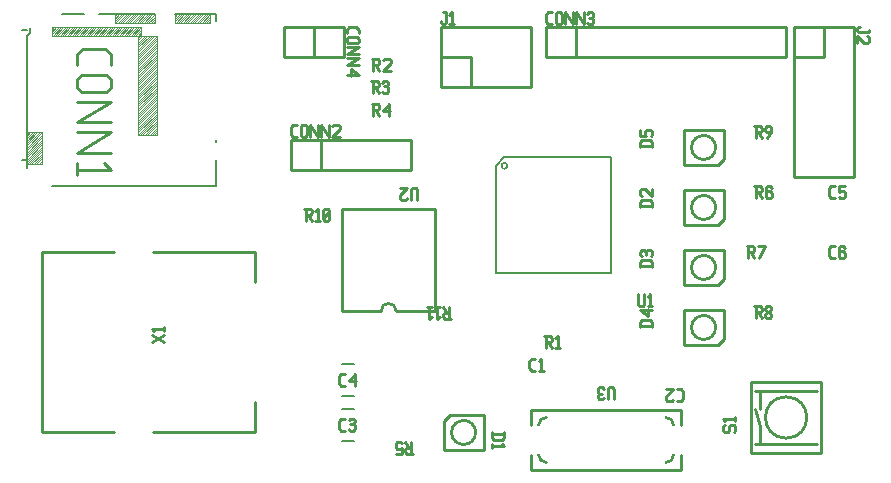
<source format=gbr>
G04 start of page 13 for group -4079 idx -4079 *
G04 Title: (unknown), topsilk *
G04 Creator: pcb 20110918 *
G04 CreationDate: Tue 10 Jan 2012 07:33:53 PM GMT UTC *
G04 For: andy *
G04 Format: Gerber/RS-274X *
G04 PCB-Dimensions: 279528 153543 *
G04 PCB-Coordinate-Origin: lower left *
%MOIN*%
%FSLAX25Y25*%
%LNTOPSILK*%
%ADD95C,0.0110*%
%ADD94C,0.0050*%
%ADD93C,0.0020*%
%ADD92C,0.0100*%
%ADD91C,0.0080*%
G54D91*X158615Y105328D02*X194285D01*
Y66758D01*
X155715D01*
Y102428D01*
X158615Y105328D01*
X157615Y102428D02*G75*G03X157615Y102428I1000J0D01*G01*
G54D92*X138310Y17443D02*Y7643D01*
X151690D01*
Y19443D01*
X140310D01*
X138310Y17443D02*X140310Y19443D01*
X141000Y13543D02*G75*G03X141000Y13543I4000J0D01*G01*
X255000Y148543D02*Y98543D01*
X275000D01*
Y148543D01*
X255000D01*
Y138543D02*X265000D01*
Y148543D01*
X217500Y21043D02*Y16043D01*
X167500Y21043D02*X217500D01*
X167500D02*Y16043D01*
Y6043D02*Y1043D01*
X217500D01*
Y6043D02*Y1043D01*
X170000Y6043D02*G75*G03X172500Y3543I2500J0D01*G01*
Y18543D02*G75*G03X170000Y16043I0J-2500D01*G01*
X215000D02*G75*G03X212500Y18543I-2500J0D01*G01*
Y3543D02*G75*G03X215000Y6043I0J2500D01*G01*
X240700Y6743D02*X264300D01*
X240700Y30343D02*X264300D01*
X240700D02*Y6743D01*
X264300Y30343D02*Y6743D01*
X242175Y9693D02*X262825D01*
X242175Y27393D02*X262825D01*
X243650D02*Y21493D01*
Y15593D02*Y9693D01*
X242175Y21493D02*X243650Y15593D01*
X252500Y11643D02*G75*G03X252500Y11643I0J6900D01*G01*
G75*G03X252500Y25443I0J6900D01*G01*
X137500Y128543D02*X167500D01*
Y148543D02*Y128543D01*
X137500Y148543D02*X167500D01*
X137500D02*Y128543D01*
X147500Y138543D02*Y128543D01*
X137500Y138543D02*X147500D01*
X172500D02*X252500D01*
Y148543D02*Y138543D01*
X172500Y148543D02*X252500D01*
X172500D02*Y138543D01*
X182500Y148543D02*Y138543D01*
X172500Y148543D02*X182500D01*
X231690Y54443D02*Y44643D01*
X218310Y54443D02*X231690D01*
X218310D02*Y42643D01*
X229690D01*
X231690Y44643D02*X229690Y42643D01*
X229000Y48543D02*G75*G03X229000Y48543I-4000J0D01*G01*
X231690Y74443D02*Y64643D01*
X218310Y74443D02*X231690D01*
X218310D02*Y62643D01*
X229690D01*
X231690Y64643D02*X229690Y62643D01*
X229000Y68543D02*G75*G03X229000Y68543I-4000J0D01*G01*
X231690Y94443D02*Y84643D01*
X218310Y94443D02*X231690D01*
X218310D02*Y82643D01*
X229690D01*
X231690Y84643D02*X229690Y82643D01*
X229000Y88543D02*G75*G03X229000Y88543I-4000J0D01*G01*
X231690Y114443D02*Y104643D01*
X218310Y114443D02*X231690D01*
X218310D02*Y102643D01*
X229690D01*
X231690Y104643D02*X229690Y102643D01*
X229000Y108543D02*G75*G03X229000Y108543I-4000J0D01*G01*
X85000Y148543D02*Y138543D01*
X105000D01*
Y148543D01*
X85000D01*
Y138543D02*X95000D01*
Y148543D01*
G54D93*X36378Y112755D02*X42677D01*
X36378Y145826D02*X42677D01*
X36378D02*Y112755D01*
X42677Y145826D02*Y112755D01*
X37559Y148582D02*Y145826D01*
X7638Y148582D02*X37559D01*
X7638D02*Y145826D01*
X37559D01*
X60590Y152913D02*Y149960D01*
X48779Y152913D02*X60590D01*
X48779D02*Y149960D01*
X60590D01*
X551Y113543D02*X-630Y112362D01*
X-236Y113543D02*X-630Y113149D01*
X4488Y112756D02*X-630Y107638D01*
X4488Y111969D02*X-630Y106851D01*
Y113543D02*Y102913D01*
X4488D01*
Y113543D02*Y102913D01*
X-630Y113543D02*X4488D01*
X60590Y152913D02*X57638Y149961D01*
X60590Y152125D02*X58425Y149960D01*
X60590Y151338D02*X59212Y149960D01*
X60590Y150551D02*X60000Y149961D01*
X59803Y152913D02*X56851Y149961D01*
X59016Y152913D02*X56064Y149961D01*
X58229Y152913D02*X55277Y149961D01*
X57441Y152913D02*X54489Y149961D01*
X56654Y152913D02*X53702Y149961D01*
X55866Y152913D02*X52914Y149961D01*
X55079Y152913D02*X52127Y149961D01*
X54292Y152913D02*X51340Y149961D01*
X53504Y152913D02*X50552Y149961D01*
X52717Y152913D02*X49765Y149961D01*
X51929Y152913D02*X48977Y149961D01*
X51142Y152913D02*X48780Y150552D01*
X50354Y152913D02*X48779Y151338D01*
X49567Y152913D02*X48779Y152125D01*
X29487Y152913D02*X28897Y152322D01*
X4488Y111181D02*X-630Y106063D01*
X4488Y110394D02*X-630Y105276D01*
X4488Y109606D02*X-630Y104488D01*
X4488Y108819D02*X-630Y103701D01*
X4488Y108032D02*X-630Y102914D01*
X157D02*X4488Y107245D01*
X945Y102914D02*X4488Y106457D01*
X1732Y102914D02*X4488Y105670D01*
X2520Y102914D02*X4488Y104882D01*
X3307Y102914D02*X4488Y104095D01*
X4094Y102914D02*X4488Y103308D01*
G54D94*X-630Y145826D02*Y101732D01*
X11181Y152913D02*X18464D01*
X23582D02*X42086D01*
X48779D02*X62362D01*
Y150551D01*
Y111180D02*Y110393D01*
Y104488D02*Y95826D01*
X7638D02*X62362D01*
X-630Y145826D02*X354Y146810D01*
Y148385D02*Y146810D01*
G54D93*X37559Y148582D02*X34803Y145826D01*
X37559Y147795D02*X35590Y145826D01*
X37559Y147007D02*X36378Y145826D01*
X37953D02*X36378Y144251D01*
X36772Y148582D02*X34016Y145826D01*
X35984Y148582D02*X33228Y145826D01*
X35197Y148582D02*X32441Y145826D01*
X34409Y148582D02*X31653Y145826D01*
X33622Y148582D02*X30866Y145826D01*
X32835Y148582D02*X30079Y145826D01*
X32047Y148582D02*X29291Y145826D01*
X31260Y148582D02*X28504Y145826D01*
X30472Y148582D02*X27716Y145826D01*
X29685Y148582D02*X26929Y145826D01*
X28898Y148582D02*X26142Y145826D01*
X28110Y148582D02*X25354Y145826D01*
X27323Y148582D02*X24567Y145826D01*
X26535Y148582D02*X23779Y145826D01*
X25747Y148582D02*X22991Y145826D01*
X24960Y148582D02*X22204Y145826D01*
X24173Y148582D02*X21417Y145826D01*
X23385Y148582D02*X20629Y145826D01*
X22598Y148582D02*X19842Y145826D01*
X21810Y148582D02*X19054Y145826D01*
X21023Y148582D02*X18267Y145826D01*
X20236Y148582D02*X17480Y145826D01*
X19448Y148582D02*X16692Y145826D01*
X18661Y148582D02*X15905Y145826D01*
X17873Y148582D02*X15117Y145826D01*
X17086Y148582D02*X14330Y145826D01*
X16299Y148582D02*X13543Y145826D01*
X15512Y148582D02*X12756Y145826D01*
X14724Y148582D02*X11968Y145826D01*
X13937Y148582D02*X11181Y145826D01*
X13149Y148582D02*X10393Y145826D01*
X12362Y148582D02*X9606Y145826D01*
X11575Y148582D02*X8819Y145826D01*
X10787Y148582D02*X8031Y145826D01*
X10000Y148582D02*X7638Y146220D01*
X9212Y148582D02*X7638Y147007D01*
X8425Y148582D02*X7638Y147795D01*
X42677Y145826D02*X36378Y139527D01*
X41890Y145826D02*X36378Y140314D01*
X41102Y145826D02*X36378Y141102D01*
X40315Y145826D02*X36378Y141889D01*
X39527Y145826D02*X36377Y142676D01*
X38740Y145826D02*X36378Y143464D01*
X37559Y146220D02*X36378Y145039D01*
X42677Y145038D02*X36378Y138739D01*
X42677Y144251D02*X36378Y137952D01*
X42677Y143463D02*X36378Y137164D01*
X42677Y142676D02*X36378Y136377D01*
X42677Y141888D02*X36378Y135589D01*
X42677Y141101D02*X36378Y134802D01*
X42677Y140313D02*X36378Y134014D01*
X42677Y139526D02*X36378Y133227D01*
X42677Y138738D02*X36378Y132439D01*
X42677Y137951D02*X36378Y131652D01*
X42677Y137163D02*X36378Y130864D01*
X42677Y136376D02*X36378Y130077D01*
X42677Y135588D02*X36378Y129289D01*
X42677Y134801D02*X36378Y128502D01*
X42677Y134013D02*X36378Y127714D01*
X42677Y133227D02*X36378Y126928D01*
X42677Y132439D02*X36378Y126140D01*
X42677Y131652D02*X36378Y125353D01*
X42677Y130864D02*X36378Y124565D01*
X42677Y130077D02*X36378Y123778D01*
X42677Y129289D02*X36378Y122990D01*
X42677Y128502D02*X36378Y122203D01*
X42677Y127714D02*X36378Y121415D01*
X42677Y126928D02*X36378Y120629D01*
X42677Y126140D02*X36378Y119841D01*
X42677Y125353D02*X36378Y119054D01*
X42677Y124565D02*X36378Y118266D01*
X42677Y123778D02*X36378Y117479D01*
X42677Y122990D02*X36378Y116691D01*
X42677Y122203D02*X36378Y115904D01*
X42677Y121415D02*X36378Y115116D01*
X42677Y120629D02*X36378Y114330D01*
X42677Y119841D02*X36378Y113542D01*
X42677Y119054D02*X36378Y112755D01*
X42677Y118266D02*X37165Y112754D01*
X42677Y117479D02*X37953Y112755D01*
X42677Y116691D02*X38740Y112755D01*
X42677Y115904D02*X39527Y112754D01*
X42677Y115116D02*X40315Y112754D01*
X42677Y114330D02*X41102Y112755D01*
X42677Y113543D02*X41890Y112756D01*
X4488Y113543D02*X-630Y108425D01*
X3701Y113543D02*X-630Y109212D01*
X2913Y113543D02*X-630Y110000D01*
X2126Y113543D02*X-630Y110787D01*
X1338Y113543D02*X-630Y111575D01*
X28897Y152913D02*X42086D01*
X28896D02*Y149960D01*
X28897D02*X42086D01*
Y152913D02*Y149960D01*
Y152913D02*X39134Y149961D01*
X42086Y152125D02*X39921Y149960D01*
X42086Y151338D02*X40708Y149960D01*
X42086Y150551D02*X41496Y149961D01*
X41299Y152913D02*X38347Y149961D01*
X40512Y152913D02*X37560Y149961D01*
X39725Y152913D02*X36773Y149961D01*
X38937Y152913D02*X35985Y149961D01*
X38150Y152913D02*X35198Y149961D01*
X37362Y152913D02*X34410Y149961D01*
X36575Y152913D02*X33623Y149961D01*
X35788Y152913D02*X32836Y149961D01*
X35000Y152913D02*X32048Y149961D01*
X34213Y152913D02*X31261Y149961D01*
X33425Y152913D02*X30473Y149961D01*
X32638Y152913D02*X29686Y149961D01*
X31850Y152913D02*X28898Y149960D01*
X31063Y152913D02*X28897Y150747D01*
X30275Y152913D02*X28897Y151535D01*
G54D94*X-2205Y104488D02*X-630D01*
X-2205Y147795D02*X-630D01*
G54D91*X104627Y21357D02*X108563D01*
X104627Y10729D02*X108563D01*
X104627Y36357D02*X108563D01*
X104627Y25729D02*X108563D01*
G54D92*X135500Y88043D02*Y54043D01*
X104500Y88043D02*X135500D01*
X104500D02*Y54043D01*
X122500D02*X135500D01*
X104500D02*X117500D01*
X122500D02*G75*G03X117500Y54043I-2500J0D01*G01*
X87500Y101043D02*X127500D01*
Y111043D02*Y101043D01*
X87500Y111043D02*X127500D01*
X87500D02*Y101043D01*
X97500Y111043D02*Y101043D01*
X87500Y111043D02*X97500D01*
X4370Y73543D02*Y13543D01*
X28567D01*
X4370Y73543D02*X28567D01*
X41591Y13543D02*X75630D01*
X41591Y73543D02*X75630D01*
Y23543D02*Y13543D01*
Y73543D02*Y63543D01*
X104145Y14193D02*X105445D01*
X103445Y14893D02*X104145Y14193D01*
X103445Y17493D02*Y14893D01*
Y17493D02*X104145Y18193D01*
X105445D01*
X106645Y17693D02*X107145Y18193D01*
X108145D01*
X108645Y17693D01*
X108145Y14193D02*X108645Y14693D01*
X107145Y14193D02*X108145D01*
X106645Y14693D02*X107145Y14193D01*
Y16393D02*X108145D01*
X108645Y17693D02*Y16893D01*
Y15893D02*Y14693D01*
Y15893D02*X108145Y16393D01*
X108645Y16893D02*X108145Y16393D01*
X104145Y29193D02*X105445D01*
X103445Y29893D02*X104145Y29193D01*
X103445Y32493D02*Y29893D01*
Y32493D02*X104145Y33193D01*
X105445D01*
X106645Y30693D02*X108645Y33193D01*
X106645Y30693D02*X109145D01*
X108645Y33193D02*Y29193D01*
X126091Y6393D02*X128091D01*
X126091D02*X125591Y6893D01*
Y7893D02*Y6893D01*
X126091Y8393D02*X125591Y7893D01*
X126091Y8393D02*X127591D01*
Y10393D02*Y6393D01*
X126791Y8393D02*X125591Y10393D01*
X122391Y6393D02*X124391D01*
Y8393D02*Y6393D01*
Y8393D02*X123891Y7893D01*
X122891D02*X123891D01*
X122891D02*X122391Y8393D01*
Y9893D02*Y8393D01*
X122891Y10393D02*X122391Y9893D01*
X122891Y10393D02*X123891D01*
X124391Y9893D02*X123891Y10393D01*
G54D95*X16279Y139563D02*Y135975D01*
X18211Y141495D02*X16279Y139563D01*
X18211Y141495D02*X25387D01*
X27319Y139563D01*
Y135975D01*
X17659Y132663D02*X25939D01*
X27319Y131283D01*
Y128523D01*
X25939Y127143D01*
X17659D02*X25939D01*
X16279Y128523D02*X17659Y127143D01*
X16279Y131283D02*Y128523D01*
X17659Y132663D02*X16279Y131283D01*
Y123831D02*X27319D01*
X16279Y116931D01*
X27319D01*
X16279Y113619D02*X27319D01*
X16279Y106719D01*
X27319D01*
X25111Y103407D02*X27319Y101199D01*
X16279D02*X27319D01*
X16279Y103407D02*Y99267D01*
G54D92*X45000Y43543D02*X41000Y46043D01*
Y43543D02*X45000Y46043D01*
X41800Y47243D02*X41000Y48043D01*
X45000D01*
Y48743D02*Y47243D01*
X88200Y112043D02*X89500D01*
X87500Y112743D02*X88200Y112043D01*
X87500Y115343D02*Y112743D01*
Y115343D02*X88200Y116043D01*
X89500D01*
X90700Y115543D02*Y112543D01*
Y115543D02*X91200Y116043D01*
X92200D01*
X92700Y115543D01*
Y112543D01*
X92200Y112043D02*X92700Y112543D01*
X91200Y112043D02*X92200D01*
X90700Y112543D02*X91200Y112043D01*
X93900Y116043D02*Y112043D01*
Y116043D02*X96400Y112043D01*
Y116043D02*Y112043D01*
X97600Y116043D02*Y112043D01*
Y116043D02*X100100Y112043D01*
Y116043D02*Y112043D01*
X101300Y115543D02*X101800Y116043D01*
X103300D01*
X103800Y115543D01*
Y114543D01*
X101300Y112043D02*X103800Y114543D01*
X101300Y112043D02*X103800D01*
X114409Y123193D02*X116409D01*
X116909Y122693D01*
Y121693D01*
X116409Y121193D02*X116909Y121693D01*
X114909Y121193D02*X116409D01*
X114909Y123193D02*Y119193D01*
X115709Y121193D02*X116909Y119193D01*
X118109Y120693D02*X120109Y123193D01*
X118109Y120693D02*X120609D01*
X120109Y123193D02*Y119193D01*
X91850Y88193D02*X93850D01*
X94350Y87693D01*
Y86693D01*
X93850Y86193D02*X94350Y86693D01*
X92350Y86193D02*X93850D01*
X92350Y88193D02*Y84193D01*
X93150Y86193D02*X94350Y84193D01*
X95550Y87393D02*X96350Y88193D01*
Y84193D01*
X95550D02*X97050D01*
X98250Y84693D02*X98750Y84193D01*
X98250Y87693D02*Y84693D01*
Y87693D02*X98750Y88193D01*
X99750D01*
X100250Y87693D01*
Y84693D01*
X99750Y84193D02*X100250Y84693D01*
X98750Y84193D02*X99750D01*
X98250Y85193D02*X100250Y87193D01*
X129500Y94543D02*Y91043D01*
Y94543D02*X129000Y95043D01*
X128000D02*X129000D01*
X128000D02*X127500Y94543D01*
Y91043D01*
X126300Y91543D02*X125800Y91043D01*
X124300D02*X125800D01*
X124300D02*X123800Y91543D01*
Y92543D02*Y91543D01*
X126300Y95043D02*X123800Y92543D01*
Y95043D02*X126300D01*
X106000Y147843D02*Y146543D01*
X106700Y148543D02*X106000Y147843D01*
X106700Y148543D02*X109300D01*
X110000Y147843D01*
Y146543D01*
X106500Y145343D02*X109500D01*
X110000Y144843D01*
Y143843D01*
X109500Y143343D01*
X106500D02*X109500D01*
X106000Y143843D02*X106500Y143343D01*
X106000Y144843D02*Y143843D01*
X106500Y145343D02*X106000Y144843D01*
Y142143D02*X110000D01*
X106000Y139643D01*
X110000D01*
X106000Y138443D02*X110000D01*
X106000Y135943D01*
X110000D01*
X107500Y134743D02*X110000Y132743D01*
X107500Y134743D02*Y132243D01*
X106000Y132743D02*X110000D01*
X114468Y138193D02*X116468D01*
X116968Y137693D01*
Y136693D01*
X116468Y136193D02*X116968Y136693D01*
X114968Y136193D02*X116468D01*
X114968Y138193D02*Y134193D01*
X115768Y136193D02*X116968Y134193D01*
X118168Y137693D02*X118668Y138193D01*
X120168D01*
X120668Y137693D01*
Y136693D01*
X118168Y134193D02*X120668Y136693D01*
X118168Y134193D02*X120668D01*
X114232Y130693D02*X116232D01*
X116732Y130193D01*
Y129193D01*
X116232Y128693D02*X116732Y129193D01*
X114732Y128693D02*X116232D01*
X114732Y130693D02*Y126693D01*
X115532Y128693D02*X116732Y126693D01*
X117932Y130193D02*X118432Y130693D01*
X119432D01*
X119932Y130193D01*
X119432Y126693D02*X119932Y127193D01*
X118432Y126693D02*X119432D01*
X117932Y127193D02*X118432Y126693D01*
Y128893D02*X119432D01*
X119932Y130193D02*Y129393D01*
Y128393D02*Y127193D01*
Y128393D02*X119432Y128893D01*
X119932Y129393D02*X119432Y128893D01*
X138709Y51393D02*X140709D01*
X138709D02*X138209Y51893D01*
Y52893D02*Y51893D01*
X138709Y53393D02*X138209Y52893D01*
X138709Y53393D02*X140209D01*
Y55393D02*Y51393D01*
X139409Y53393D02*X138209Y55393D01*
X137009Y52193D02*X136209Y51393D01*
Y55393D02*Y51393D01*
X135509Y55393D02*X137009D01*
X134309Y52193D02*X133509Y51393D01*
Y55393D02*Y51393D01*
X132809Y55393D02*X134309D01*
X138200Y153543D02*X139000D01*
Y150043D01*
X138500Y149543D02*X139000Y150043D01*
X138000Y149543D02*X138500D01*
X137500Y150043D02*X138000Y149543D01*
X137500Y150543D02*Y150043D01*
X140200Y152743D02*X141000Y153543D01*
Y149543D01*
X140200D02*X141700D01*
X173200D02*X174500D01*
X172500Y150243D02*X173200Y149543D01*
X172500Y152843D02*Y150243D01*
Y152843D02*X173200Y153543D01*
X174500D01*
X175700Y153043D02*Y150043D01*
Y153043D02*X176200Y153543D01*
X177200D01*
X177700Y153043D01*
Y150043D01*
X177200Y149543D02*X177700Y150043D01*
X176200Y149543D02*X177200D01*
X175700Y150043D02*X176200Y149543D01*
X178900Y153543D02*Y149543D01*
Y153543D02*X181400Y149543D01*
Y153543D02*Y149543D01*
X182600Y153543D02*Y149543D01*
Y153543D02*X185100Y149543D01*
Y153543D02*Y149543D01*
X186300Y153043D02*X186800Y153543D01*
X187800D01*
X188300Y153043D01*
X187800Y149543D02*X188300Y150043D01*
X186800Y149543D02*X187800D01*
X186300Y150043D02*X186800Y149543D01*
Y151743D02*X187800D01*
X188300Y153043D02*Y152243D01*
Y151243D02*Y150043D01*
Y151243D02*X187800Y151743D01*
X188300Y152243D02*X187800Y151743D01*
X203137Y59644D02*Y56144D01*
X203637Y55644D01*
X204637D01*
X205137Y56144D01*
Y59644D02*Y56144D01*
X206337Y58844D02*X207137Y59644D01*
Y55644D01*
X206337D02*X207837D01*
X167668Y34193D02*X168968D01*
X166968Y34893D02*X167668Y34193D01*
X166968Y37493D02*Y34893D01*
Y37493D02*X167668Y38193D01*
X168968D01*
X170168Y37393D02*X170968Y38193D01*
Y34193D01*
X170168D02*X171668D01*
X195000Y28043D02*Y24543D01*
Y28043D02*X194500Y28543D01*
X193500D02*X194500D01*
X193500D02*X193000Y28043D01*
Y24543D01*
X191800Y25043D02*X191300Y24543D01*
X190300D02*X191300D01*
X190300D02*X189800Y25043D01*
X190300Y28543D02*X189800Y28043D01*
X190300Y28543D02*X191300D01*
X191800Y28043D02*X191300Y28543D01*
X190300Y26343D02*X191300D01*
X189800Y25843D02*Y25043D01*
Y28043D02*Y26843D01*
X190300Y26343D01*
X189800Y25843D02*X190300Y26343D01*
X203900Y49043D02*X207900D01*
X203900Y50343D02*X204600Y51043D01*
X207200D01*
X207900Y50343D02*X207200Y51043D01*
X207900Y50343D02*Y48543D01*
X203900Y50343D02*Y48543D01*
X206400Y52243D02*X203900Y54243D01*
X206400Y54743D02*Y52243D01*
X203900Y54243D02*X207900D01*
X216150Y27893D02*X217450D01*
X218150Y27193D02*X217450Y27893D01*
X218150Y27193D02*Y24593D01*
X217450Y23893D01*
X216150D02*X217450D01*
X214950Y24393D02*X214450Y23893D01*
X212950D02*X214450D01*
X212950D02*X212450Y24393D01*
Y25393D02*Y24393D01*
X214950Y27893D02*X212450Y25393D01*
Y27893D02*X214950D01*
X171909Y45693D02*X173909D01*
X174409Y45193D01*
Y44193D01*
X173909Y43693D02*X174409Y44193D01*
X172409Y43693D02*X173909D01*
X172409Y45693D02*Y41693D01*
X173209Y43693D02*X174409Y41693D01*
X175609Y44893D02*X176409Y45693D01*
Y41693D01*
X175609D02*X177109D01*
X280000Y147843D02*Y147043D01*
X276500D02*X280000D01*
X276000Y147543D02*X276500Y147043D01*
X276000Y148043D02*Y147543D01*
X276500Y148543D02*X276000Y148043D01*
X276500Y148543D02*X277000D01*
X279500Y145843D02*X280000Y145343D01*
Y143843D01*
X279500Y143343D01*
X278500D02*X279500D01*
X276000Y145843D02*X278500Y143343D01*
X276000Y145843D02*Y143343D01*
X267609Y91693D02*X268909D01*
X266909Y92393D02*X267609Y91693D01*
X266909Y94993D02*Y92393D01*
Y94993D02*X267609Y95693D01*
X268909D01*
X270109D02*X272109D01*
X270109D02*Y93693D01*
X270609Y94193D01*
X271609D01*
X272109Y93693D01*
Y92193D01*
X271609Y91693D02*X272109Y92193D01*
X270609Y91693D02*X271609D01*
X270109Y92193D02*X270609Y91693D01*
X267491Y71693D02*X268791D01*
X266791Y72393D02*X267491Y71693D01*
X266791Y74993D02*Y72393D01*
Y74993D02*X267491Y75693D01*
X268791D01*
X271491D02*X271991Y75193D01*
X270491Y75693D02*X271491D01*
X269991Y75193D02*X270491Y75693D01*
X269991Y75193D02*Y72193D01*
X270491Y71693D01*
X271491Y73893D02*X271991Y73393D01*
X269991Y73893D02*X271491D01*
X270491Y71693D02*X271491D01*
X271991Y72193D01*
Y73393D02*Y72193D01*
X203900Y69043D02*X207900D01*
X203900Y70343D02*X204600Y71043D01*
X207200D01*
X207900Y70343D02*X207200Y71043D01*
X207900Y70343D02*Y68543D01*
X203900Y70343D02*Y68543D01*
X204400Y72243D02*X203900Y72743D01*
Y73743D02*Y72743D01*
Y73743D02*X204400Y74243D01*
X207900Y73743D02*X207400Y74243D01*
X207900Y73743D02*Y72743D01*
X207400Y72243D02*X207900Y72743D01*
X205700Y73743D02*Y72743D01*
X204400Y74243D02*X205200D01*
X206200D02*X207400D01*
X206200D02*X205700Y73743D01*
X205200Y74243D02*X205700Y73743D01*
X203900Y89043D02*X207900D01*
X203900Y90343D02*X204600Y91043D01*
X207200D01*
X207900Y90343D02*X207200Y91043D01*
X207900Y90343D02*Y88543D01*
X203900Y90343D02*Y88543D01*
X204400Y92243D02*X203900Y92743D01*
Y94243D02*Y92743D01*
Y94243D02*X204400Y94743D01*
X205400D01*
X207900Y92243D02*X205400Y94743D01*
X207900D02*Y92243D01*
X203900Y109043D02*X207900D01*
X203900Y110343D02*X204600Y111043D01*
X207200D01*
X207900Y110343D02*X207200Y111043D01*
X207900Y110343D02*Y108543D01*
X203900Y110343D02*Y108543D01*
Y114243D02*Y112243D01*
X205900D01*
X205400Y112743D01*
Y113743D02*Y112743D01*
Y113743D02*X205900Y114243D01*
X207400D01*
X207900Y113743D02*X207400Y114243D01*
X207900Y113743D02*Y112743D01*
X207400Y112243D02*X207900Y112743D01*
X241850Y115693D02*X243850D01*
X244350Y115193D01*
Y114193D01*
X243850Y113693D02*X244350Y114193D01*
X242350Y113693D02*X243850D01*
X242350Y115693D02*Y111693D01*
X243150Y113693D02*X244350Y111693D01*
X246050D02*X247550Y113693D01*
Y115193D02*Y113693D01*
X247050Y115693D02*X247550Y115193D01*
X246050Y115693D02*X247050D01*
X245550Y115193D02*X246050Y115693D01*
X245550Y115193D02*Y114193D01*
X246050Y113693D01*
X247550D01*
X241968Y95693D02*X243968D01*
X244468Y95193D01*
Y94193D01*
X243968Y93693D02*X244468Y94193D01*
X242468Y93693D02*X243968D01*
X242468Y95693D02*Y91693D01*
X243268Y93693D02*X244468Y91693D01*
X247168Y95693D02*X247668Y95193D01*
X246168Y95693D02*X247168D01*
X245668Y95193D02*X246168Y95693D01*
X245668Y95193D02*Y92193D01*
X246168Y91693D01*
X247168Y93893D02*X247668Y93393D01*
X245668Y93893D02*X247168D01*
X246168Y91693D02*X247168D01*
X247668Y92193D01*
Y93393D02*Y92193D01*
X239350Y75693D02*X241350D01*
X241850Y75193D01*
Y74193D01*
X241350Y73693D02*X241850Y74193D01*
X239850Y73693D02*X241350D01*
X239850Y75693D02*Y71693D01*
X240650Y73693D02*X241850Y71693D01*
X243550D02*X245550Y75693D01*
X243050D02*X245550D01*
X241909Y55693D02*X243909D01*
X244409Y55193D01*
Y54193D01*
X243909Y53693D02*X244409Y54193D01*
X242409Y53693D02*X243909D01*
X242409Y55693D02*Y51693D01*
X243209Y53693D02*X244409Y51693D01*
X245609Y52193D02*X246109Y51693D01*
X245609Y52993D02*Y52193D01*
Y52993D02*X246309Y53693D01*
X246909D01*
X247609Y52993D01*
Y52193D01*
X247109Y51693D02*X247609Y52193D01*
X246109Y51693D02*X247109D01*
X245609Y54393D02*X246309Y53693D01*
X245609Y55193D02*Y54393D01*
Y55193D02*X246109Y55693D01*
X247109D01*
X247609Y55193D01*
Y54393D01*
X246909Y53693D02*X247609Y54393D01*
X231500Y15543D02*X232000Y16043D01*
X231500Y15543D02*Y14043D01*
X232000Y13543D02*X231500Y14043D01*
X232000Y13543D02*X233000D01*
X233500Y14043D01*
Y15543D02*Y14043D01*
Y15543D02*X234000Y16043D01*
X235000D01*
X235500Y15543D02*X235000Y16043D01*
X235500Y15543D02*Y14043D01*
X235000Y13543D02*X235500Y14043D01*
X232300Y17243D02*X231500Y18043D01*
X235500D01*
Y18743D02*Y17243D01*
X154600Y13043D02*X158600D01*
Y11743D02*X157900Y11043D01*
X155300D02*X157900D01*
X154600Y11743D02*X155300Y11043D01*
X154600Y13543D02*Y11743D01*
X158600Y13543D02*Y11743D01*
X157800Y9843D02*X158600Y9043D01*
X154600D02*X158600D01*
X154600Y9843D02*Y8343D01*
M02*

</source>
